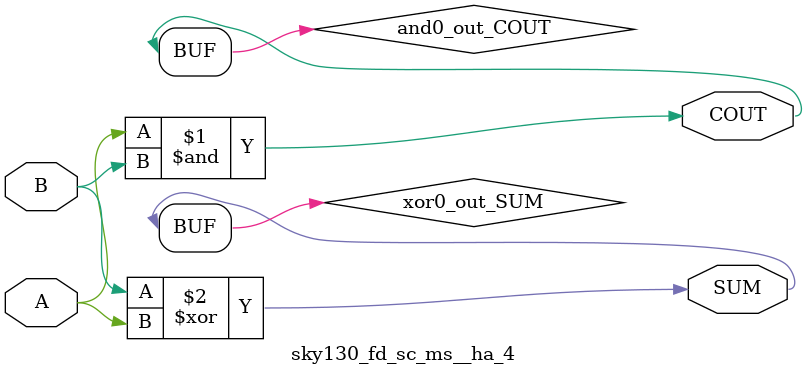
<source format=v>
module sky130_fd_sc_ms__ha_4 (
    COUT,
    SUM ,
    A   ,
    B
);
    output COUT;
    output SUM ;
    input  A   ;
    input  B   ;
    wire and0_out_COUT;
    wire xor0_out_SUM ;
    and and0 (and0_out_COUT, A, B           );
    buf buf0 (COUT         , and0_out_COUT  );
    xor xor0 (xor0_out_SUM , B, A           );
    buf buf1 (SUM          , xor0_out_SUM   );
endmodule
</source>
